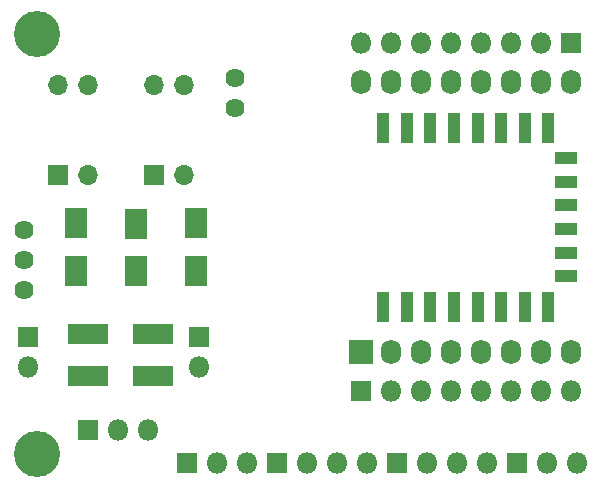
<source format=gbr>
%TF.GenerationSoftware,KiCad,Pcbnew,5.1.5+dfsg1-2build2*%
%TF.CreationDate,2021-07-06T16:50:00+02:00*%
%TF.ProjectId,airpcb_smd,61697270-6362-45f7-936d-642e6b696361,rev?*%
%TF.SameCoordinates,Original*%
%TF.FileFunction,Soldermask,Top*%
%TF.FilePolarity,Negative*%
%FSLAX46Y46*%
G04 Gerber Fmt 4.6, Leading zero omitted, Abs format (unit mm)*
G04 Created by KiCad (PCBNEW 5.1.5+dfsg1-2build2) date 2021-07-06 16:50:00*
%MOMM*%
%LPD*%
G04 APERTURE LIST*
%ADD10O,1.800000X1.800000*%
%ADD11R,1.800000X1.800000*%
%ADD12C,1.624000*%
%ADD13C,3.900000*%
%ADD14O,1.700000X2.100000*%
%ADD15R,2.100000X2.100000*%
%ADD16R,1.100000X2.600000*%
%ADD17R,1.900000X1.100000*%
%ADD18R,1.900000X2.600000*%
%ADD19R,1.700000X1.700000*%
%ADD20O,1.700000X1.700000*%
%ADD21R,3.400000X1.800000*%
G04 APERTURE END LIST*
D10*
%TO.C,J9*%
X62738000Y-45212000D03*
X60198000Y-45212000D03*
D11*
X57658000Y-45212000D03*
%TD*%
D12*
%TO.C,J11*%
X70096400Y-17889200D03*
X70096400Y-15349200D03*
X52230000Y-28262600D03*
X52230000Y-30802600D03*
X52230000Y-33342600D03*
%TD*%
D13*
%TO.C,M1*%
X53340000Y-11684000D03*
%TD*%
D10*
%TO.C,J6*%
X80772000Y-12446000D03*
X83312000Y-12446000D03*
X85852000Y-12446000D03*
X88392000Y-12446000D03*
X90932000Y-12446000D03*
X93472000Y-12446000D03*
X96012000Y-12446000D03*
D11*
X98552000Y-12446000D03*
%TD*%
D10*
%TO.C,J5*%
X98552000Y-41910000D03*
X96012000Y-41910000D03*
X93472000Y-41910000D03*
X90932000Y-41910000D03*
X88392000Y-41910000D03*
X85852000Y-41910000D03*
X83312000Y-41910000D03*
D11*
X80772000Y-41910000D03*
%TD*%
D13*
%TO.C,M2*%
X53340000Y-47244000D03*
%TD*%
D14*
%TO.C,U3*%
X80772000Y-15748000D03*
X83312000Y-15748000D03*
X85852000Y-15748000D03*
X88392000Y-15748000D03*
X90932000Y-15748000D03*
X93472000Y-15748000D03*
X96012000Y-15748000D03*
X98552000Y-15748000D03*
X98552000Y-38608000D03*
X96012000Y-38608000D03*
X93472000Y-38608000D03*
X90932000Y-38608000D03*
X88392000Y-38608000D03*
X85852000Y-38608000D03*
D15*
X80772000Y-38608000D03*
D14*
X83312000Y-38608000D03*
%TD*%
D16*
%TO.C,U4*%
X82606000Y-19578000D03*
X84606000Y-19578000D03*
X86606000Y-19578000D03*
X88606000Y-19578000D03*
X90606000Y-19578000D03*
X92606000Y-19578000D03*
X94606000Y-19578000D03*
X96606000Y-19578000D03*
D17*
X98106000Y-22178000D03*
X98106000Y-24178000D03*
X98106000Y-26178000D03*
X98106000Y-28178000D03*
X98106000Y-30178000D03*
X98106000Y-32178000D03*
D16*
X96606000Y-34778000D03*
X94606000Y-34778000D03*
X92606000Y-34778000D03*
X90606000Y-34778000D03*
X88606000Y-34778000D03*
X86606000Y-34778000D03*
X84606000Y-34778000D03*
X82606000Y-34778000D03*
%TD*%
D18*
%TO.C,D2*%
X56642000Y-31686000D03*
X56642000Y-27686000D03*
%TD*%
%TO.C,D4*%
X61722000Y-27718000D03*
X61722000Y-31718000D03*
%TD*%
%TO.C,D5*%
X66802000Y-27686000D03*
X66802000Y-31686000D03*
%TD*%
D11*
%TO.C,J1*%
X83820000Y-48006000D03*
D10*
X86360000Y-48006000D03*
X88900000Y-48006000D03*
X91440000Y-48006000D03*
%TD*%
%TO.C,J2*%
X81280000Y-48006000D03*
X78740000Y-48006000D03*
X76200000Y-48006000D03*
D11*
X73660000Y-48006000D03*
%TD*%
%TO.C,J3*%
X67056000Y-37338000D03*
D10*
X67056000Y-39878000D03*
%TD*%
%TO.C,J4*%
X52578000Y-39878000D03*
D11*
X52578000Y-37338000D03*
%TD*%
%TO.C,J7*%
X93980000Y-48006000D03*
D10*
X96520000Y-48006000D03*
X99060000Y-48006000D03*
%TD*%
%TO.C,J8*%
X71120000Y-48006000D03*
X68580000Y-48006000D03*
D11*
X66040000Y-48006000D03*
%TD*%
D19*
%TO.C,U1*%
X55118000Y-23622000D03*
D20*
X57658000Y-16002000D03*
X57658000Y-23622000D03*
X55118000Y-16002000D03*
%TD*%
%TO.C,U2*%
X63246000Y-16002000D03*
X65786000Y-23622000D03*
X65786000Y-16002000D03*
D19*
X63246000Y-23622000D03*
%TD*%
D21*
%TO.C,D1*%
X57658000Y-37084000D03*
X63158000Y-37084000D03*
%TD*%
%TO.C,D3*%
X63158000Y-40640000D03*
X57658000Y-40640000D03*
%TD*%
M02*

</source>
